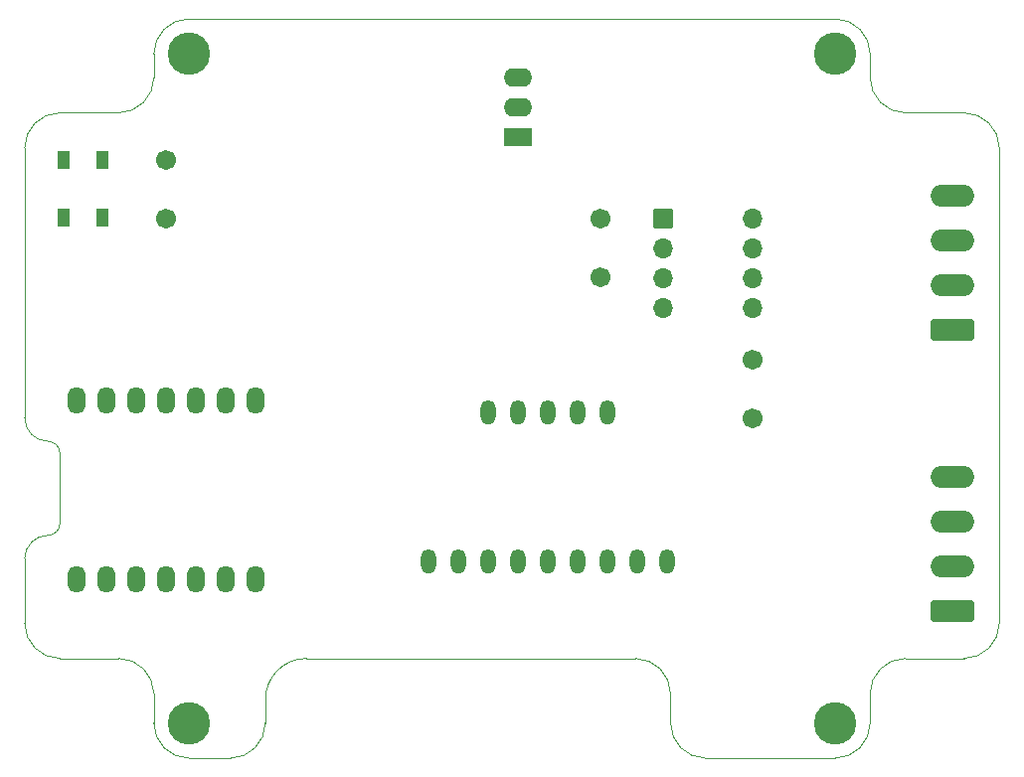
<source format=gbr>
%TF.GenerationSoftware,KiCad,Pcbnew,7.0.1-0*%
%TF.CreationDate,2023-04-24T13:37:36-07:00*%
%TF.ProjectId,project,70726f6a-6563-4742-9e6b-696361645f70,rev?*%
%TF.SameCoordinates,Original*%
%TF.FileFunction,Soldermask,Top*%
%TF.FilePolarity,Negative*%
%FSLAX46Y46*%
G04 Gerber Fmt 4.6, Leading zero omitted, Abs format (unit mm)*
G04 Created by KiCad (PCBNEW 7.0.1-0) date 2023-04-24 13:37:36*
%MOMM*%
%LPD*%
G01*
G04 APERTURE LIST*
G04 Aperture macros list*
%AMRoundRect*
0 Rectangle with rounded corners*
0 $1 Rounding radius*
0 $2 $3 $4 $5 $6 $7 $8 $9 X,Y pos of 4 corners*
0 Add a 4 corners polygon primitive as box body*
4,1,4,$2,$3,$4,$5,$6,$7,$8,$9,$2,$3,0*
0 Add four circle primitives for the rounded corners*
1,1,$1+$1,$2,$3*
1,1,$1+$1,$4,$5*
1,1,$1+$1,$6,$7*
1,1,$1+$1,$8,$9*
0 Add four rect primitives between the rounded corners*
20,1,$1+$1,$2,$3,$4,$5,0*
20,1,$1+$1,$4,$5,$6,$7,0*
20,1,$1+$1,$6,$7,$8,$9,0*
20,1,$1+$1,$8,$9,$2,$3,0*%
G04 Aperture macros list end*
%TA.AperFunction,Profile*%
%ADD10C,0.050000*%
%TD*%
%ADD11C,1.701600*%
%ADD12RoundRect,0.300800X1.550000X-0.650000X1.550000X0.650000X-1.550000X0.650000X-1.550000X-0.650000X0*%
%ADD13O,3.701600X1.901600*%
%ADD14RoundRect,0.050800X-0.800000X-0.800000X0.800000X-0.800000X0.800000X0.800000X-0.800000X0.800000X0*%
%ADD15O,1.701600X1.701600*%
%ADD16C,3.601600*%
%ADD17O,1.301600X2.101600*%
%ADD18RoundRect,0.050800X-0.450000X0.750000X-0.450000X-0.750000X0.450000X-0.750000X0.450000X0.750000X0*%
%ADD19O,1.501600X2.301600*%
%ADD20RoundRect,0.050800X1.150000X-0.750000X1.150000X0.750000X-1.150000X0.750000X-1.150000X-0.750000X0*%
%ADD21O,2.401600X1.601600*%
G04 APERTURE END LIST*
D10*
%TO.C,X1*%
X148000000Y-71000000D02*
X148000000Y-94000000D01*
X148000000Y-106000000D02*
X148000000Y-111500000D01*
X151000000Y-68000000D02*
X156000000Y-68000000D01*
X151000000Y-97000000D02*
X151000000Y-103000000D01*
X156000000Y-114500000D02*
X151000000Y-114500000D01*
X159000000Y-65000000D02*
X159000000Y-63000000D01*
X159000000Y-117500000D02*
X159000000Y-120000000D01*
X162000000Y-60000000D02*
X217000000Y-60000000D01*
X162000000Y-123000000D02*
X165500000Y-123000000D01*
X168500000Y-118000000D02*
X168500000Y-120000000D01*
X200000000Y-114500000D02*
X172000000Y-114500000D01*
X203000000Y-120000000D02*
X203000000Y-117500000D01*
X214000000Y-123000000D02*
X206000000Y-123000000D01*
X217000000Y-123000000D02*
X214000000Y-123000000D01*
X220000000Y-63000000D02*
X220000000Y-65000000D01*
X220000000Y-117500000D02*
X220000000Y-120000000D01*
X223000000Y-68000000D02*
X228000000Y-68000000D01*
X228000000Y-114500000D02*
X223000000Y-114500000D01*
X231000000Y-71000000D02*
X231000000Y-111500000D01*
X151000000Y-68000000D02*
G75*
G03*
X148000000Y-71000000I0J-3000000D01*
G01*
X150000000Y-104000000D02*
G75*
G03*
X148000000Y-106000000I-1J-1999999D01*
G01*
X148000000Y-94000000D02*
G75*
G03*
X150000000Y-96000000I2000000J0D01*
G01*
X151000000Y-97000000D02*
G75*
G03*
X150000000Y-96000000I-1000000J0D01*
G01*
X150000000Y-104000000D02*
G75*
G03*
X151000000Y-103000000I0J1000000D01*
G01*
X148000000Y-111500000D02*
G75*
G03*
X151000000Y-114500000I3000000J0D01*
G01*
X159000000Y-117500000D02*
G75*
G03*
X156000000Y-114500000I-3000000J0D01*
G01*
X162000000Y-60000000D02*
G75*
G03*
X159000000Y-63000000I0J-3000000D01*
G01*
X156000000Y-68000000D02*
G75*
G03*
X159000000Y-65000000I0J3000000D01*
G01*
X159000000Y-120000000D02*
G75*
G03*
X162000000Y-123000000I3000000J0D01*
G01*
X172000000Y-114500000D02*
G75*
G03*
X168500000Y-118000000I0J-3500000D01*
G01*
X165500000Y-123000000D02*
G75*
G03*
X168500000Y-120000000I0J3000000D01*
G01*
X203000000Y-117500000D02*
G75*
G03*
X200000000Y-114500000I-3000000J0D01*
G01*
X203000000Y-120000000D02*
G75*
G03*
X206000000Y-123000000I3000000J0D01*
G01*
X220000000Y-63000000D02*
G75*
G03*
X217000000Y-60000000I-3000000J0D01*
G01*
X223000000Y-114500000D02*
G75*
G03*
X220000000Y-117500000I0J-3000000D01*
G01*
X217000000Y-123000000D02*
G75*
G03*
X220000000Y-120000000I0J3000000D01*
G01*
X220000000Y-65000000D02*
G75*
G03*
X223000000Y-68000000I3000000J0D01*
G01*
X231000000Y-71000000D02*
G75*
G03*
X228000000Y-68000000I-3000000J0D01*
G01*
X228000000Y-114500000D02*
G75*
G03*
X231000000Y-111500000I0J3000000D01*
G01*
%TD*%
D11*
%TO.C,C3*%
X160000000Y-72000000D03*
X160000000Y-77000000D03*
%TD*%
%TO.C,C2*%
X210000000Y-89000000D03*
X210000000Y-94000000D03*
%TD*%
D12*
%TO.C,J2*%
X226967500Y-110460000D03*
D13*
X226967500Y-106650000D03*
X226967500Y-102840000D03*
X226967500Y-99030000D03*
%TD*%
D14*
%TO.C,U1*%
X202380000Y-77000000D03*
D15*
X202380000Y-79540000D03*
X202380000Y-82080000D03*
X202380000Y-84620000D03*
X210000000Y-84620000D03*
X210000000Y-82080000D03*
X210000000Y-79540000D03*
X210000000Y-77000000D03*
%TD*%
D16*
%TO.C,X1*%
X162000000Y-63000000D03*
X162000000Y-120000000D03*
X217000000Y-63000000D03*
X217000000Y-120000000D03*
%TD*%
D17*
%TO.C,U4*%
X182380000Y-106200000D03*
X184920000Y-106200000D03*
X187460000Y-106200000D03*
X190000000Y-106200000D03*
X192540000Y-106200000D03*
X195080000Y-106200000D03*
X197620000Y-106200000D03*
X200160000Y-106200000D03*
X202700000Y-106200000D03*
X197620000Y-93500000D03*
X195080000Y-93500000D03*
X192540000Y-93500000D03*
X190000000Y-93500000D03*
X187460000Y-93500000D03*
%TD*%
D18*
%TO.C,D1*%
X154650000Y-72050000D03*
X151350000Y-72050000D03*
X151350000Y-76950000D03*
X154650000Y-76950000D03*
%TD*%
D19*
%TO.C,U3*%
X152420000Y-107750000D03*
X154960000Y-107750000D03*
X157500000Y-107750000D03*
X160040000Y-107750000D03*
X162580000Y-107750000D03*
X165120000Y-107750000D03*
X167660000Y-107750000D03*
X167660000Y-92500000D03*
X165120000Y-92500000D03*
X162580000Y-92500000D03*
X160040000Y-92500000D03*
X157500000Y-92500000D03*
X154960000Y-92500000D03*
X152420000Y-92500000D03*
%TD*%
D20*
%TO.C,U2*%
X190000000Y-70080000D03*
D21*
X190000000Y-67540000D03*
X190000000Y-65000000D03*
%TD*%
D13*
%TO.C,J1*%
X226967500Y-75030000D03*
X226967500Y-78840000D03*
X226967500Y-82650000D03*
D12*
X226967500Y-86460000D03*
%TD*%
D11*
%TO.C,C1*%
X197000000Y-82000000D03*
X197000000Y-77000000D03*
%TD*%
M02*

</source>
